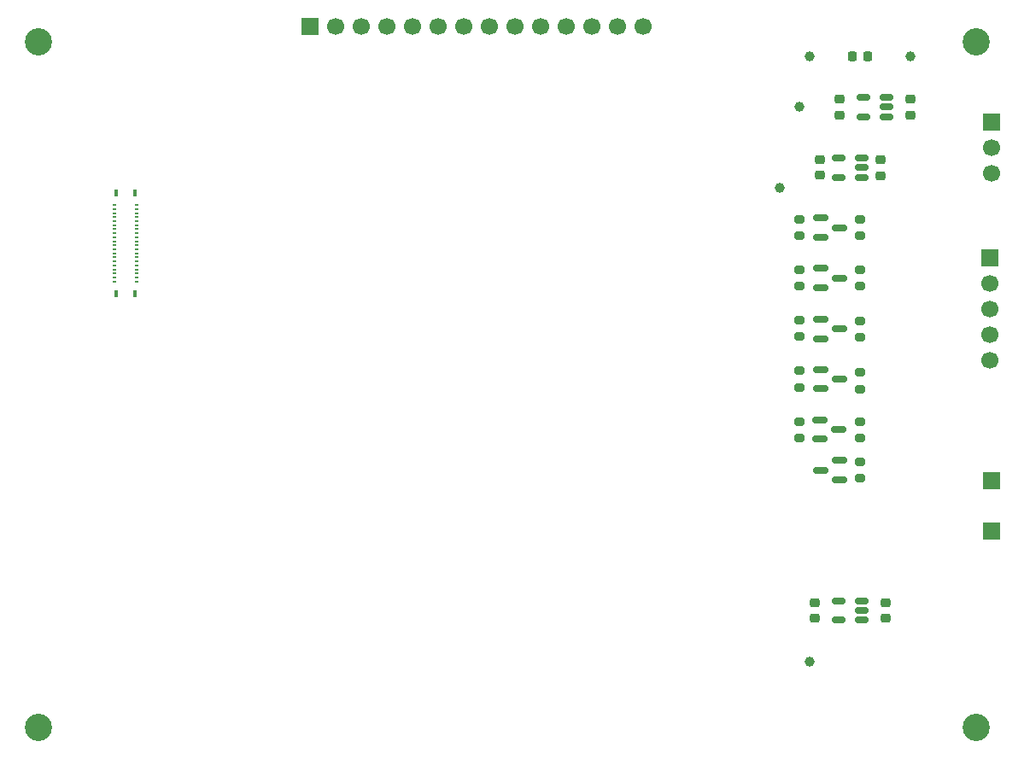
<source format=gbr>
%TF.GenerationSoftware,KiCad,Pcbnew,9.0.2*%
%TF.CreationDate,2025-06-27T23:26:37+02:00*%
%TF.ProjectId,gp-bbq20kbd-breakout-board,67702d62-6271-4323-906b-62642d627265,rev?*%
%TF.SameCoordinates,Original*%
%TF.FileFunction,Soldermask,Top*%
%TF.FilePolarity,Negative*%
%FSLAX46Y46*%
G04 Gerber Fmt 4.6, Leading zero omitted, Abs format (unit mm)*
G04 Created by KiCad (PCBNEW 9.0.2) date 2025-06-27 23:26:37*
%MOMM*%
%LPD*%
G01*
G04 APERTURE LIST*
G04 Aperture macros list*
%AMRoundRect*
0 Rectangle with rounded corners*
0 $1 Rounding radius*
0 $2 $3 $4 $5 $6 $7 $8 $9 X,Y pos of 4 corners*
0 Add a 4 corners polygon primitive as box body*
4,1,4,$2,$3,$4,$5,$6,$7,$8,$9,$2,$3,0*
0 Add four circle primitives for the rounded corners*
1,1,$1+$1,$2,$3*
1,1,$1+$1,$4,$5*
1,1,$1+$1,$6,$7*
1,1,$1+$1,$8,$9*
0 Add four rect primitives between the rounded corners*
20,1,$1+$1,$2,$3,$4,$5,0*
20,1,$1+$1,$4,$5,$6,$7,0*
20,1,$1+$1,$6,$7,$8,$9,0*
20,1,$1+$1,$8,$9,$2,$3,0*%
G04 Aperture macros list end*
%ADD10RoundRect,0.150000X-0.587500X-0.150000X0.587500X-0.150000X0.587500X0.150000X-0.587500X0.150000X0*%
%ADD11RoundRect,0.150000X0.512500X0.150000X-0.512500X0.150000X-0.512500X-0.150000X0.512500X-0.150000X0*%
%ADD12RoundRect,0.225000X-0.250000X0.225000X-0.250000X-0.225000X0.250000X-0.225000X0.250000X0.225000X0*%
%ADD13RoundRect,0.200000X0.275000X-0.200000X0.275000X0.200000X-0.275000X0.200000X-0.275000X-0.200000X0*%
%ADD14C,2.700000*%
%ADD15R,0.431800X0.254000*%
%ADD16R,0.330200X0.762000*%
%ADD17R,1.700000X1.700000*%
%ADD18RoundRect,0.218750X-0.218750X-0.256250X0.218750X-0.256250X0.218750X0.256250X-0.218750X0.256250X0*%
%ADD19C,1.000000*%
%ADD20C,1.700000*%
%ADD21RoundRect,0.225000X0.250000X-0.225000X0.250000X0.225000X-0.250000X0.225000X-0.250000X-0.225000X0*%
%ADD22RoundRect,0.200000X-0.275000X0.200000X-0.275000X-0.200000X0.275000X-0.200000X0.275000X0.200000X0*%
%ADD23RoundRect,0.150000X0.587500X0.150000X-0.587500X0.150000X-0.587500X-0.150000X0.587500X-0.150000X0*%
G04 APERTURE END LIST*
D10*
%TO.C,Q3*%
X171062500Y-81050000D03*
X171062500Y-82950000D03*
X172937500Y-82000000D03*
%TD*%
D11*
%TO.C,U3*%
X175137500Y-110862500D03*
X175137500Y-109912500D03*
X175137500Y-108962500D03*
X172862500Y-108962500D03*
X172862500Y-110862500D03*
%TD*%
D12*
%TO.C,C3*%
X177000000Y-65225000D03*
X177000000Y-66775000D03*
%TD*%
D13*
%TO.C,R9*%
X175000000Y-92825000D03*
X175000000Y-91175000D03*
%TD*%
%TO.C,R6*%
X169000000Y-82775000D03*
X169000000Y-81125000D03*
%TD*%
D14*
%TO.C,H3*%
X93500000Y-121500000D03*
%TD*%
D13*
%TO.C,R7*%
X175000000Y-87950000D03*
X175000000Y-86300000D03*
%TD*%
%TO.C,R3*%
X175000000Y-77775000D03*
X175000000Y-76125000D03*
%TD*%
D10*
%TO.C,Q4*%
X171062500Y-86000000D03*
X171062500Y-87900000D03*
X172937500Y-86950000D03*
%TD*%
D15*
%TO.C,J8*%
X101116200Y-77300000D03*
X101116200Y-76899998D03*
X101116200Y-76499999D03*
X101116200Y-76100000D03*
X101116200Y-75700001D03*
X101116200Y-75299999D03*
X101116200Y-74900000D03*
X101116200Y-74500001D03*
X101116200Y-74099999D03*
X101116200Y-73700000D03*
X101116200Y-73300000D03*
X101116200Y-72900001D03*
X101116200Y-72499999D03*
X101116200Y-72100000D03*
X101116200Y-71700001D03*
X101116200Y-71299999D03*
X101116200Y-70900000D03*
X101116200Y-70500001D03*
X101116200Y-70099999D03*
X101116200Y-69700000D03*
X103296200Y-77300000D03*
X103296200Y-76899998D03*
X103296200Y-76499999D03*
X103296200Y-76100000D03*
X103296200Y-75700001D03*
X103296200Y-75299999D03*
X103296200Y-74900000D03*
X103296200Y-74500001D03*
X103296200Y-74099999D03*
X103296200Y-73700000D03*
X103296200Y-73300000D03*
X103296200Y-72900001D03*
X103296200Y-72499999D03*
X103296200Y-72100000D03*
X103296200Y-71700001D03*
X103296200Y-71299999D03*
X103296200Y-70900000D03*
X103296200Y-70500001D03*
X103296200Y-70099999D03*
X103296200Y-69700000D03*
D16*
X103131199Y-78510000D03*
X103131199Y-68490000D03*
X101281200Y-78510000D03*
X101281200Y-68490000D03*
%TD*%
D17*
%TO.C,J5*%
X188000000Y-97000000D03*
%TD*%
D18*
%TO.C,D1*%
X174212500Y-55000000D03*
X175787500Y-55000000D03*
%TD*%
D13*
%TO.C,R2*%
X169000000Y-72775000D03*
X169000000Y-71125000D03*
%TD*%
D10*
%TO.C,Q2*%
X171062500Y-76000000D03*
X171062500Y-77900000D03*
X172937500Y-76950000D03*
%TD*%
D19*
%TO.C,TP3*%
X170000000Y-115000000D03*
%TD*%
D14*
%TO.C,H1*%
X186500000Y-53500000D03*
%TD*%
D19*
%TO.C,TP1*%
X180000000Y-55000000D03*
%TD*%
D17*
%TO.C,J3*%
X187900000Y-74920000D03*
D20*
X187900000Y-77460000D03*
X187900000Y-80000000D03*
X187900000Y-82540000D03*
X187900000Y-85080000D03*
%TD*%
D10*
%TO.C,Q1*%
X171062500Y-71000000D03*
X171062500Y-72900000D03*
X172937500Y-71950000D03*
%TD*%
D21*
%TO.C,C6*%
X170500000Y-110687500D03*
X170500000Y-109137500D03*
%TD*%
D14*
%TO.C,H2*%
X93500000Y-53500000D03*
%TD*%
D17*
%TO.C,J1*%
X188000000Y-61460000D03*
D20*
X188000000Y-64000000D03*
X188000000Y-66540000D03*
%TD*%
D14*
%TO.C,H4*%
X186500000Y-121500000D03*
%TD*%
D10*
%TO.C,Q5*%
X171000000Y-91000000D03*
X171000000Y-92900000D03*
X172875000Y-91950000D03*
%TD*%
D13*
%TO.C,R4*%
X169000000Y-77775000D03*
X169000000Y-76125000D03*
%TD*%
D21*
%TO.C,C4*%
X171000000Y-66725000D03*
X171000000Y-65175000D03*
%TD*%
D13*
%TO.C,R10*%
X169000000Y-92825000D03*
X169000000Y-91175000D03*
%TD*%
%TO.C,R5*%
X175000000Y-82825000D03*
X175000000Y-81175000D03*
%TD*%
D11*
%TO.C,U1*%
X177637500Y-60950000D03*
X177637500Y-60000000D03*
X177637500Y-59050000D03*
X175362500Y-59050000D03*
X175362500Y-60950000D03*
%TD*%
D17*
%TO.C,J2*%
X120490000Y-52000000D03*
D20*
X123030000Y-52000000D03*
X125570000Y-52000000D03*
X128110000Y-52000000D03*
X130650000Y-52000000D03*
X133190000Y-52000000D03*
X135730000Y-52000000D03*
X138270000Y-52000000D03*
X140810000Y-52000000D03*
X143350000Y-52000000D03*
X145890000Y-52000000D03*
X148430000Y-52000000D03*
X150970000Y-52000000D03*
X153510000Y-52000000D03*
%TD*%
D19*
%TO.C,TP5*%
X170000000Y-55000000D03*
%TD*%
D21*
%TO.C,C5*%
X177500000Y-110687500D03*
X177500000Y-109137500D03*
%TD*%
D11*
%TO.C,U2*%
X175137500Y-66950000D03*
X175137500Y-66000000D03*
X175137500Y-65050000D03*
X172862500Y-65050000D03*
X172862500Y-66950000D03*
%TD*%
D19*
%TO.C,TP4*%
X167000000Y-68000000D03*
%TD*%
D17*
%TO.C,J4*%
X188000000Y-102000000D03*
%TD*%
D22*
%TO.C,R11*%
X175000000Y-95175000D03*
X175000000Y-96825000D03*
%TD*%
D13*
%TO.C,R1*%
X175000000Y-72775000D03*
X175000000Y-71125000D03*
%TD*%
D12*
%TO.C,C1*%
X180000000Y-59225000D03*
X180000000Y-60775000D03*
%TD*%
D23*
%TO.C,Q6*%
X172937500Y-96950000D03*
X172937500Y-95050000D03*
X171062500Y-96000000D03*
%TD*%
D19*
%TO.C,TP2*%
X169000000Y-60000000D03*
%TD*%
D21*
%TO.C,C2*%
X173000000Y-60775000D03*
X173000000Y-59225000D03*
%TD*%
D13*
%TO.C,R8*%
X169000000Y-87775000D03*
X169000000Y-86125000D03*
%TD*%
M02*

</source>
